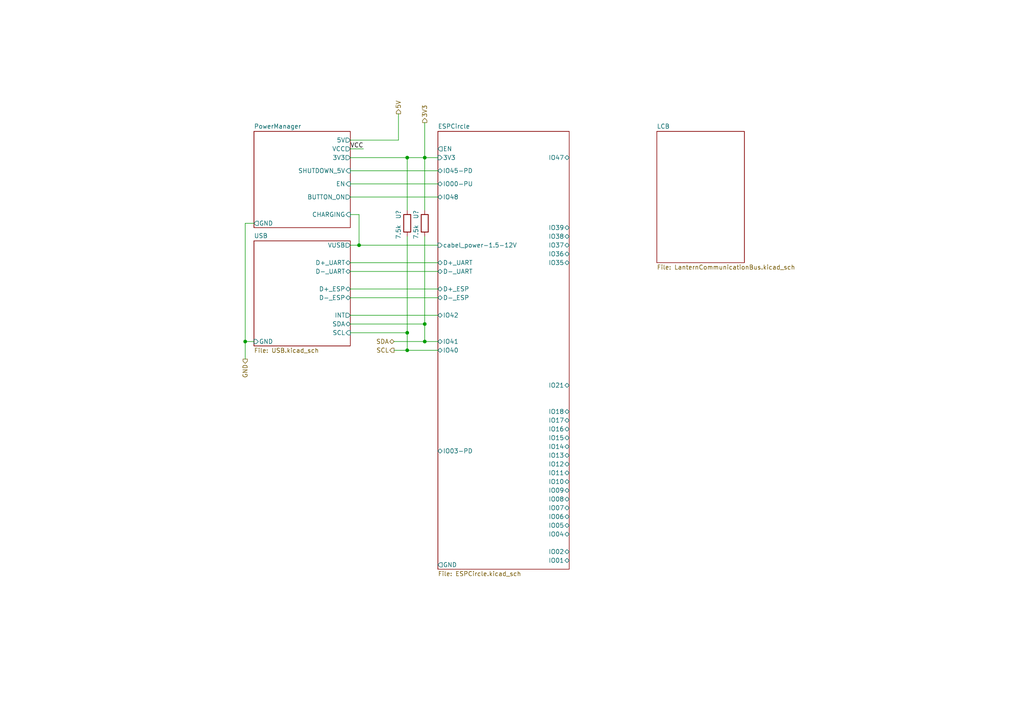
<source format=kicad_sch>
(kicad_sch (version 20211123) (generator eeschema)
  (paper "A4")
  (lib_symbols
    (symbol "B.B-rescue:R-Device-B.B-rescue" (pin_numbers hide) (pin_names (offset 0))
      (property "Reference" "R" (at 2.032 0 90))
      (property "Value" "R-Device-B.B-rescue" (at 0 0 90))
      (symbol "R-Device-B.B-rescue_0_1"
        (rectangle (start -1.016 -2.54) (end 1.016 2.54) (stroke (width 0.254)))
      )
      (symbol "R-Device-B.B-rescue_1_1"
        (pin passive line (at 0 3.81 270) (length 1.27) (name "~") (number "1"))
        (pin passive line (at 0 -3.81 90) (length 1.27) (name "~") (number "2"))
      )
    )
  )
  (junction (at 104.14 71.12))
  (junction (at 118.11 96.52))
  (junction (at 71.12 99.06))
  (junction (at 118.11 45.72))
  (junction (at 123.19 99.06))
  (junction (at 123.19 45.72))
  (junction (at 118.11 101.6))
  (junction (at 123.19 93.98))
  (wire (pts (xy 118.11 45.72) (xy 123.19 45.72)))
  (wire (pts (xy 101.6 96.52) (xy 118.11 96.52)))
  (wire (pts (xy 127 99.06) (xy 123.19 99.06)))
  (wire (pts (xy 101.6 45.72) (xy 118.11 45.72)))
  (wire (pts (xy 71.12 99.06) (xy 71.12 64.77)))
  (wire (pts (xy 115.57 33.02) (xy 115.57 40.64)))
  (wire (pts (xy 114.3 101.6) (xy 118.11 101.6)))
  (wire (pts (xy 101.6 83.82) (xy 127 83.82)))
  (wire (pts (xy 71.12 64.77) (xy 73.66 64.77)))
  (wire (pts (xy 101.6 53.34) (xy 127 53.34)))
  (wire (pts (xy 127 101.6) (xy 118.11 101.6)))
  (wire (pts (xy 104.14 62.23) (xy 101.6 62.23)))
  (wire (pts (xy 101.6 91.44) (xy 127 91.44)))
  (wire (pts (xy 118.11 68.58) (xy 118.11 96.52)))
  (wire (pts (xy 101.6 49.53) (xy 127 49.53)))
  (wire (pts (xy 123.19 93.98) (xy 123.19 99.06)))
  (wire (pts (xy 123.19 68.58) (xy 123.19 93.98)))
  (wire (pts (xy 101.6 93.98) (xy 123.19 93.98)))
  (wire (pts (xy 101.6 40.64) (xy 115.57 40.64)))
  (wire (pts (xy 101.6 43.18) (xy 105.41 43.18)))
  (wire (pts (xy 104.14 71.12) (xy 127 71.12)))
  (wire (pts (xy 71.12 99.06) (xy 73.66 99.06)))
  (wire (pts (xy 101.6 71.12) (xy 104.14 71.12)))
  (wire (pts (xy 114.3 99.06) (xy 123.19 99.06)))
  (wire (pts (xy 118.11 45.72) (xy 118.11 60.96)))
  (wire (pts (xy 104.14 71.12) (xy 104.14 62.23)))
  (wire (pts (xy 101.6 78.74) (xy 127 78.74)))
  (wire (pts (xy 101.6 57.15) (xy 127 57.15)))
  (wire (pts (xy 123.19 45.72) (xy 123.19 60.96)))
  (wire (pts (xy 101.6 76.2) (xy 127 76.2)))
  (wire (pts (xy 101.6 86.36) (xy 127 86.36)))
  (wire (pts (xy 118.11 96.52) (xy 118.11 101.6)))
  (wire (pts (xy 71.12 104.14) (xy 71.12 99.06)))
  (wire (pts (xy 123.19 45.72) (xy 127 45.72)))
  (wire (pts (xy 123.19 35.56) (xy 123.19 45.72)))
  (label "VCC" (at 105.41 43.18 180))
  (hierarchical_label "SDA" (shape bidirectional) (at 114.3 99.06 180))
  (hierarchical_label "GND" (shape output) (at 71.12 104.14 270))
  (hierarchical_label "3V3" (shape output) (at 123.19 35.56 90))
  (hierarchical_label "5V" (shape output) (at 115.57 33.02 90))
  (hierarchical_label "SCL" (shape output) (at 114.3 101.6 180))
  (symbol (lib_id "B.B-rescue:R-Device-B.B-rescue") (at 123.19 64.77 0) (mirror x) (unit 1)
    (property "Reference" "U?" (at 120.65 62.23 90))
    (property "Value" "7.5k" (at 120.65 67.31 90))
    (property "Footprint" "Resistor_SMD:R_0402_1005Metric" (effects hide))
    (property "LCSC" "C25918" (effects hide))
  )
  (symbol (lib_id "B.B-rescue:R-Device-B.B-rescue") (at 118.11 64.77 0) (mirror x) (unit 1)
    (property "Reference" "U?" (at 115.57 62.23 90))
    (property "Value" "7.5k" (at 115.57 67.31 90))
    (property "Footprint" "Resistor_SMD:R_0402_1005Metric" (effects hide))
    (property "LCSC" "C25918" (effects hide))
  )
  (sheet (at 73.66 69.85) (size 27.94 30.48) (stroke (width 0.1524))
    (property "Sheet name" "USB" (at 73.66 69.1384 0) (effects (justify left bottom)))
    (property "Sheet file" "USB.kicad_sch" (at 73.66 100.9146 0) (effects (justify left top)))
    (pin "GND" input (at 73.66 99.06 180))
    (pin "VUSB" output (at 101.6 71.12 0))
    (pin "D-_UART" bidirectional (at 101.6 78.74 0))
    (pin "D+_ESP" bidirectional (at 101.6 83.82 0))
    (pin "D-_ESP" bidirectional (at 101.6 86.36 0))
    (pin "SCL" input (at 101.6 96.52 0))
    (pin "SDA" bidirectional (at 101.6 93.98 0))
    (pin "INT" output (at 101.6 91.44 0))
    (pin "D+_UART" bidirectional (at 101.6 76.2 0))
  )
  (sheet (at 73.66 38.1) (size 27.94 27.94) (stroke (width 0.1524))
    (property "Sheet name" "PowerManager" (at 73.66 37.3884 0) (effects (justify left bottom)))
    (property "Sheet file" "PowerManager.kicad_sch" (at 73.66 66.1166 0) (effects (font (size 0 0)) (justify left top)))
    (pin "GND" output (at 73.66 64.77 180))
    (pin "5V" output (at 101.6 40.64 0))
    (pin "VCC" output (at 101.6 43.18 0))
    (pin "EN" input (at 101.6 53.34 0))
    (pin "BUTTON_ON" output (at 101.6 57.15 0))
    (pin "SHUTDOWN_5V" input (at 101.6 49.53 0))
    (pin "CHARGING" input (at 101.6 62.23 0))
    (pin "3V3" output (at 101.6 45.72 0))
  )
  (sheet (at 127 38.1) (size 38.1 127) (stroke (width 0.1524))
    (property "Sheet name" "ESPCircle" (at 127 37.3884 0) (effects (justify left bottom)))
    (property "Sheet file" "ESPCircle.kicad_sch" (at 127 165.6846 0) (effects (justify left top)))
    (pin "3V3" input (at 127 45.72 180))
    (pin "cabel_power-1.5-12V" input (at 127 71.12 180))
    (pin "GND" output (at 127 163.83 180))
    (pin "IO48" bidirectional (at 127 57.15 180))
    (pin "IO41" bidirectional (at 127 99.06 180))
    (pin "IO42" bidirectional (at 127 91.44 180))
    (pin "IO47" bidirectional (at 165.1 45.72 0))
    (pin "IO40" bidirectional (at 127 101.6 180))
    (pin "IO36" bidirectional (at 165.1 73.66 0))
    (pin "IO39" bidirectional (at 165.1 66.04 0))
    (pin "IO38" bidirectional (at 165.1 68.58 0))
    (pin "IO37" bidirectional (at 165.1 71.12 0))
    (pin "D-_ESP" bidirectional (at 127 86.36 180))
    (pin "D+_ESP" bidirectional (at 127 83.82 180))
    (pin "IO21" bidirectional (at 165.1 111.76 0))
    (pin "IO35" bidirectional (at 165.1 76.2 0))
    (pin "IO17" bidirectional (at 165.1 121.92 0))
    (pin "IO18" bidirectional (at 165.1 119.38 0))
    (pin "IO16" bidirectional (at 165.1 124.46 0))
    (pin "IO15" bidirectional (at 165.1 127 0))
    (pin "IO02" bidirectional (at 165.1 160.02 0))
    (pin "IO01" bidirectional (at 165.1 162.56 0))
    (pin "IO05" bidirectional (at 165.1 152.4 0))
    (pin "IO04" bidirectional (at 165.1 154.94 0))
    (pin "IO06" bidirectional (at 165.1 149.86 0))
    (pin "IO07" bidirectional (at 165.1 147.32 0))
    (pin "IO10" bidirectional (at 165.1 139.7 0))
    (pin "IO09" bidirectional (at 165.1 142.24 0))
    (pin "IO12" bidirectional (at 165.1 134.62 0))
    (pin "IO11" bidirectional (at 165.1 137.16 0))
    (pin "IO08" bidirectional (at 165.1 144.78 0))
    (pin "IO13" bidirectional (at 165.1 132.08 0))
    (pin "IO14" bidirectional (at 165.1 129.54 0))
    (pin "EN" output (at 127 43.18 180))
    (pin "IO45-PD" bidirectional (at 127 49.53 180))
    (pin "IO03-PD" bidirectional (at 127 130.81 180))
    (pin "IO00-PU" bidirectional (at 127 53.34 180))
    (pin "D+_UART" bidirectional (at 127 76.2 180))
    (pin "D-_UART" bidirectional (at 127 78.74 180))
  )
  (sheet (at 190.5 38.1) (size 25.4 38.1) (stroke (width 0.1524))
    (property "Sheet name" "LCB" (at 190.5 37.3884 0) (effects (justify left bottom)))
    (property "Sheet file" "LanternCommunicationBus.kicad_sch" (at 190.5 76.7846 0) (effects (justify left top)))
  )
)
</source>
